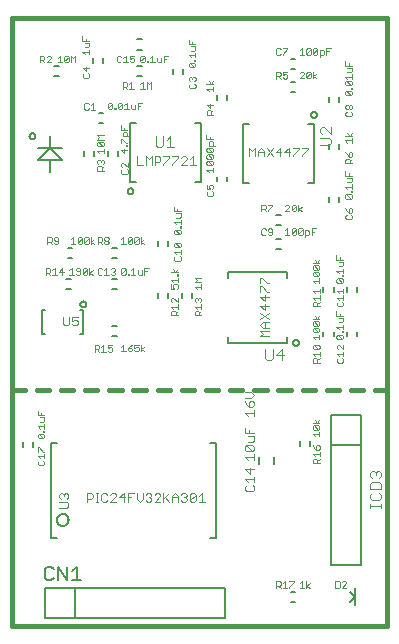
<source format=gto>
G75*
%MOIN*%
%OFA0B0*%
%FSLAX24Y24*%
%IPPOS*%
%LPD*%
%AMOC8*
5,1,8,0,0,1.08239X$1,22.5*
%
%ADD10C,0.0000*%
%ADD11C,0.0160*%
%ADD12C,0.0030*%
%ADD13C,0.0050*%
%ADD14C,0.0020*%
%ADD15C,0.0060*%
D10*
X000111Y000180D02*
X000111Y020456D01*
X012710Y020456D01*
X012710Y000180D01*
X000111Y000180D01*
D11*
X000210Y000180D02*
X000210Y008054D01*
X000622Y008054D01*
X001016Y008054D02*
X001428Y008054D01*
X001821Y008054D02*
X002234Y008054D01*
X002627Y008054D02*
X003039Y008054D01*
X003433Y008054D02*
X003845Y008054D01*
X004239Y008054D02*
X004651Y008054D01*
X005045Y008054D02*
X005457Y008054D01*
X005851Y008054D02*
X006263Y008054D01*
X006657Y008054D02*
X007069Y008054D01*
X007462Y008054D02*
X007875Y008054D01*
X008268Y008054D02*
X008680Y008054D01*
X009074Y008054D02*
X009486Y008054D01*
X009880Y008054D02*
X010292Y008054D01*
X010686Y008054D02*
X011098Y008054D01*
X011492Y008054D02*
X011904Y008054D01*
X012298Y008054D02*
X012710Y008054D01*
X012710Y020456D01*
X000210Y020456D01*
X000210Y008054D01*
X000210Y000180D02*
X012710Y000180D01*
X012710Y008054D01*
D12*
X012436Y005361D02*
X012498Y005299D01*
X012498Y005176D01*
X012436Y005114D01*
X012436Y004993D02*
X012189Y004993D01*
X012128Y004931D01*
X012128Y004746D01*
X012498Y004746D01*
X012498Y004931D01*
X012436Y004993D01*
X012313Y005238D02*
X012313Y005299D01*
X012374Y005361D01*
X012436Y005361D01*
X012313Y005299D02*
X012251Y005361D01*
X012189Y005361D01*
X012128Y005299D01*
X012128Y005176D01*
X012189Y005114D01*
X012189Y004624D02*
X012128Y004563D01*
X012128Y004439D01*
X012189Y004378D01*
X012436Y004378D01*
X012498Y004439D01*
X012498Y004563D01*
X012436Y004624D01*
X012498Y004255D02*
X012498Y004132D01*
X012498Y004194D02*
X012128Y004194D01*
X012128Y004255D02*
X012128Y004132D01*
X009195Y009047D02*
X009195Y009417D01*
X009010Y009232D01*
X009257Y009232D01*
X008889Y009109D02*
X008827Y009047D01*
X008703Y009047D01*
X008642Y009109D01*
X008642Y009417D01*
X008889Y009417D02*
X008889Y009109D01*
X008758Y009841D02*
X008467Y009841D01*
X008564Y009937D01*
X008467Y010034D01*
X008758Y010034D01*
X008758Y010135D02*
X008564Y010135D01*
X008467Y010232D01*
X008564Y010329D01*
X008758Y010329D01*
X008758Y010430D02*
X008467Y010623D01*
X008613Y010725D02*
X008467Y010870D01*
X008758Y010870D01*
X008613Y010918D02*
X008613Y010725D01*
X008758Y010623D02*
X008467Y010430D01*
X008613Y010329D02*
X008613Y010135D01*
X008613Y011019D02*
X008613Y011213D01*
X008709Y011314D02*
X008516Y011507D01*
X008467Y011507D01*
X008467Y011314D01*
X008467Y011164D02*
X008613Y011019D01*
X008758Y011164D02*
X008467Y011164D01*
X008709Y011314D02*
X008758Y011314D01*
X008758Y011609D02*
X008709Y011609D01*
X008516Y011802D01*
X008467Y011802D01*
X008467Y011609D01*
X008149Y007983D02*
X007956Y007983D01*
X007956Y007789D02*
X008149Y007789D01*
X008246Y007886D01*
X008149Y007983D01*
X008149Y007688D02*
X008101Y007640D01*
X008101Y007494D01*
X008198Y007494D01*
X008246Y007543D01*
X008246Y007640D01*
X008198Y007688D01*
X008149Y007688D01*
X008004Y007591D02*
X008101Y007494D01*
X008004Y007591D02*
X007956Y007688D01*
X007956Y007297D02*
X008246Y007297D01*
X008246Y007393D02*
X008246Y007200D01*
X008052Y007200D02*
X007956Y007297D01*
X007956Y006804D02*
X007956Y006610D01*
X008246Y006610D01*
X008246Y006509D02*
X008052Y006509D01*
X008101Y006610D02*
X008101Y006707D01*
X008246Y006509D02*
X008246Y006364D01*
X008198Y006316D01*
X008052Y006316D01*
X008004Y006215D02*
X008198Y006021D01*
X008246Y006070D01*
X008246Y006166D01*
X008198Y006215D01*
X008004Y006215D01*
X007956Y006166D01*
X007956Y006070D01*
X008004Y006021D01*
X008198Y006021D01*
X008246Y005920D02*
X008246Y005726D01*
X008246Y005823D02*
X007956Y005823D01*
X008052Y005726D01*
X008120Y005466D02*
X008120Y005272D01*
X007975Y005418D01*
X008266Y005418D01*
X008266Y005171D02*
X008266Y004978D01*
X008266Y005075D02*
X007975Y005075D01*
X008072Y004978D01*
X008024Y004877D02*
X007975Y004828D01*
X007975Y004732D01*
X008024Y004683D01*
X008217Y004683D01*
X008266Y004732D01*
X008266Y004828D01*
X008217Y004877D01*
X006611Y004329D02*
X006418Y004329D01*
X006514Y004329D02*
X006514Y004619D01*
X006418Y004522D01*
X006316Y004571D02*
X006316Y004377D01*
X006268Y004329D01*
X006171Y004329D01*
X006123Y004377D01*
X006316Y004571D01*
X006268Y004619D01*
X006171Y004619D01*
X006123Y004571D01*
X006123Y004377D01*
X006022Y004377D02*
X005973Y004329D01*
X005877Y004329D01*
X005828Y004377D01*
X005727Y004329D02*
X005727Y004522D01*
X005630Y004619D01*
X005534Y004522D01*
X005534Y004329D01*
X005433Y004329D02*
X005287Y004474D01*
X005239Y004426D02*
X005433Y004619D01*
X005534Y004474D02*
X005727Y004474D01*
X005828Y004571D02*
X005877Y004619D01*
X005973Y004619D01*
X006022Y004571D01*
X006022Y004522D01*
X005973Y004474D01*
X006022Y004426D01*
X006022Y004377D01*
X005973Y004474D02*
X005925Y004474D01*
X005239Y004619D02*
X005239Y004329D01*
X005138Y004329D02*
X004944Y004329D01*
X005138Y004522D01*
X005138Y004571D01*
X005089Y004619D01*
X004993Y004619D01*
X004944Y004571D01*
X004843Y004571D02*
X004843Y004522D01*
X004795Y004474D01*
X004843Y004426D01*
X004843Y004377D01*
X004795Y004329D01*
X004698Y004329D01*
X004650Y004377D01*
X004549Y004426D02*
X004549Y004619D01*
X004650Y004571D02*
X004698Y004619D01*
X004795Y004619D01*
X004843Y004571D01*
X004795Y004474D02*
X004746Y004474D01*
X004549Y004426D02*
X004452Y004329D01*
X004355Y004426D01*
X004355Y004619D01*
X004254Y004619D02*
X004060Y004619D01*
X004060Y004329D01*
X004060Y004474D02*
X004157Y004474D01*
X003959Y004474D02*
X003766Y004474D01*
X003911Y004619D01*
X003911Y004329D01*
X003665Y004329D02*
X003471Y004329D01*
X003665Y004522D01*
X003665Y004571D01*
X003616Y004619D01*
X003519Y004619D01*
X003471Y004571D01*
X003370Y004571D02*
X003322Y004619D01*
X003225Y004619D01*
X003176Y004571D01*
X003176Y004377D01*
X003225Y004329D01*
X003322Y004329D01*
X003370Y004377D01*
X003077Y004329D02*
X002980Y004329D01*
X003028Y004329D02*
X003028Y004619D01*
X002980Y004619D02*
X003077Y004619D01*
X002879Y004571D02*
X002879Y004474D01*
X002830Y004426D01*
X002685Y004426D01*
X002685Y004329D02*
X002685Y004619D01*
X002830Y004619D01*
X002879Y004571D01*
X002065Y004572D02*
X002065Y004475D01*
X002016Y004427D01*
X002016Y004326D02*
X001775Y004326D01*
X001823Y004427D02*
X001775Y004475D01*
X001775Y004572D01*
X001823Y004620D01*
X001871Y004620D01*
X001920Y004572D01*
X001968Y004620D01*
X002016Y004620D01*
X002065Y004572D01*
X001920Y004572D02*
X001920Y004523D01*
X002016Y004326D02*
X002065Y004277D01*
X002065Y004180D01*
X002016Y004132D01*
X001775Y004132D01*
X001948Y010210D02*
X001899Y010258D01*
X001899Y010500D01*
X001948Y010210D02*
X002044Y010210D01*
X002093Y010258D01*
X002093Y010500D01*
X002194Y010500D02*
X002194Y010355D01*
X002291Y010403D01*
X002339Y010403D01*
X002387Y010355D01*
X002387Y010258D01*
X002339Y010210D01*
X002242Y010210D01*
X002194Y010258D01*
X002194Y010500D02*
X002387Y010500D01*
X004359Y015549D02*
X004552Y015549D01*
X004653Y015549D02*
X004653Y015840D01*
X004750Y015743D01*
X004847Y015840D01*
X004847Y015549D01*
X004948Y015549D02*
X004948Y015840D01*
X005093Y015840D01*
X005141Y015791D01*
X005141Y015694D01*
X005093Y015646D01*
X004948Y015646D01*
X005243Y015598D02*
X005243Y015549D01*
X005243Y015598D02*
X005436Y015791D01*
X005436Y015840D01*
X005243Y015840D01*
X005537Y015840D02*
X005731Y015840D01*
X005731Y015791D01*
X005537Y015598D01*
X005537Y015549D01*
X005832Y015549D02*
X006025Y015743D01*
X006025Y015791D01*
X005977Y015840D01*
X005880Y015840D01*
X005832Y015791D01*
X005832Y015549D02*
X006025Y015549D01*
X006126Y015549D02*
X006320Y015549D01*
X006223Y015549D02*
X006223Y015840D01*
X006126Y015743D01*
X005596Y016144D02*
X005349Y016144D01*
X005472Y016144D02*
X005472Y016514D01*
X005349Y016391D01*
X005228Y016514D02*
X005228Y016206D01*
X005166Y016144D01*
X005042Y016144D01*
X004981Y016206D01*
X004981Y016514D01*
X004359Y015840D02*
X004359Y015549D01*
X008099Y015845D02*
X008099Y016135D01*
X008195Y016038D01*
X008292Y016135D01*
X008292Y015845D01*
X008393Y015845D02*
X008393Y016038D01*
X008490Y016135D01*
X008587Y016038D01*
X008587Y015845D01*
X008688Y015845D02*
X008882Y016135D01*
X008983Y015990D02*
X009176Y015990D01*
X009277Y015990D02*
X009471Y015990D01*
X009572Y015893D02*
X009572Y015845D01*
X009572Y015893D02*
X009765Y016086D01*
X009765Y016135D01*
X009572Y016135D01*
X009422Y016135D02*
X009277Y015990D01*
X009128Y015845D02*
X009128Y016135D01*
X008983Y015990D01*
X008882Y015845D02*
X008688Y016135D01*
X008587Y015990D02*
X008393Y015990D01*
X009422Y015845D02*
X009422Y016135D01*
X009867Y016135D02*
X010060Y016135D01*
X010060Y016086D01*
X009867Y015893D01*
X009867Y015845D01*
X010465Y016212D02*
X010773Y016212D01*
X010835Y016274D01*
X010835Y016397D01*
X010773Y016459D01*
X010465Y016459D01*
X010526Y016581D02*
X010465Y016642D01*
X010465Y016766D01*
X010526Y016828D01*
X010588Y016828D01*
X010835Y016581D01*
X010835Y016828D01*
D13*
X010768Y016254D02*
X010768Y016094D01*
X011108Y016094D02*
X011108Y016254D01*
X010253Y016934D02*
X010253Y014965D01*
X010056Y014965D01*
X010768Y014482D02*
X010768Y014322D01*
X011108Y014322D02*
X011108Y014482D01*
X010253Y016934D02*
X010056Y016934D01*
X010155Y017229D02*
X010157Y017248D01*
X010162Y017267D01*
X010172Y017283D01*
X010184Y017298D01*
X010199Y017310D01*
X010215Y017320D01*
X010234Y017325D01*
X010253Y017327D01*
X010272Y017325D01*
X010291Y017320D01*
X010307Y017310D01*
X010322Y017298D01*
X010334Y017283D01*
X010344Y017267D01*
X010349Y017248D01*
X010351Y017229D01*
X010349Y017210D01*
X010344Y017191D01*
X010334Y017175D01*
X010322Y017160D01*
X010307Y017148D01*
X010291Y017138D01*
X010272Y017133D01*
X010253Y017131D01*
X010234Y017133D01*
X010215Y017138D01*
X010199Y017148D01*
X010184Y017160D01*
X010172Y017175D01*
X010162Y017191D01*
X010157Y017210D01*
X010155Y017229D01*
X009640Y017973D02*
X009480Y017973D01*
X009480Y018313D02*
X009640Y018313D01*
X009640Y018760D02*
X009480Y018760D01*
X009480Y019100D02*
X009640Y019100D01*
X010768Y017829D02*
X010768Y017669D01*
X011108Y017669D02*
X011108Y017829D01*
X009148Y013883D02*
X008988Y013883D01*
X008988Y013543D02*
X009148Y013543D01*
X009148Y013096D02*
X008988Y013096D01*
X008988Y012756D02*
X009148Y012756D01*
X009363Y011991D02*
X009363Y011794D01*
X009363Y011991D02*
X007395Y011991D01*
X007395Y011794D01*
X006187Y011284D02*
X006187Y011124D01*
X005847Y011124D02*
X005847Y011284D01*
X005399Y011284D02*
X005399Y011124D01*
X005059Y011124D02*
X005059Y011284D01*
X005059Y012846D02*
X005059Y013006D01*
X005399Y013006D02*
X005399Y012846D01*
X004045Y014680D02*
X004047Y014699D01*
X004052Y014718D01*
X004062Y014734D01*
X004074Y014749D01*
X004089Y014761D01*
X004105Y014771D01*
X004124Y014776D01*
X004143Y014778D01*
X004162Y014776D01*
X004181Y014771D01*
X004197Y014761D01*
X004212Y014749D01*
X004224Y014734D01*
X004234Y014718D01*
X004239Y014699D01*
X004241Y014680D01*
X004239Y014661D01*
X004234Y014642D01*
X004224Y014626D01*
X004212Y014611D01*
X004197Y014599D01*
X004181Y014589D01*
X004162Y014584D01*
X004143Y014582D01*
X004124Y014584D01*
X004105Y014589D01*
X004089Y014599D01*
X004074Y014611D01*
X004062Y014626D01*
X004052Y014642D01*
X004047Y014661D01*
X004045Y014680D01*
X004143Y014975D02*
X004340Y014975D01*
X004143Y014975D02*
X004143Y016944D01*
X004340Y016944D01*
X003726Y016008D02*
X003726Y015848D01*
X003386Y015848D02*
X003386Y016008D01*
X002939Y016008D02*
X002939Y015848D01*
X002599Y015848D02*
X002599Y016008D01*
X003082Y016939D02*
X003242Y016939D01*
X003242Y017279D02*
X003082Y017279D01*
X003234Y018948D02*
X003234Y019108D01*
X002894Y019108D02*
X002894Y018948D01*
X001766Y018854D02*
X001606Y018854D01*
X001606Y018514D02*
X001766Y018514D01*
X001466Y016515D02*
X001466Y016121D01*
X001859Y016121D01*
X001466Y016121D02*
X001859Y015727D01*
X001466Y015727D01*
X001466Y015334D01*
X001466Y015727D02*
X001072Y015727D01*
X001466Y016121D01*
X001072Y016121D01*
X000777Y016515D02*
X000779Y016534D01*
X000784Y016553D01*
X000794Y016569D01*
X000806Y016584D01*
X000821Y016596D01*
X000837Y016606D01*
X000856Y016611D01*
X000875Y016613D01*
X000894Y016611D01*
X000913Y016606D01*
X000929Y016596D01*
X000944Y016584D01*
X000956Y016569D01*
X000966Y016553D01*
X000971Y016534D01*
X000973Y016515D01*
X000971Y016496D01*
X000966Y016477D01*
X000956Y016461D01*
X000944Y016446D01*
X000929Y016434D01*
X000913Y016424D01*
X000894Y016419D01*
X000875Y016417D01*
X000856Y016419D01*
X000837Y016424D01*
X000821Y016434D01*
X000806Y016446D01*
X000794Y016461D01*
X000784Y016477D01*
X000779Y016496D01*
X000777Y016515D01*
X002049Y012801D02*
X002209Y012801D01*
X002209Y012461D02*
X002049Y012461D01*
X002000Y011767D02*
X002160Y011767D01*
X002160Y011427D02*
X002000Y011427D01*
X002474Y010908D02*
X002476Y010927D01*
X002481Y010946D01*
X002491Y010962D01*
X002503Y010977D01*
X002518Y010989D01*
X002534Y010999D01*
X002553Y011004D01*
X002572Y011006D01*
X002591Y011004D01*
X002610Y010999D01*
X002626Y010989D01*
X002641Y010977D01*
X002653Y010962D01*
X002663Y010946D01*
X002668Y010927D01*
X002670Y010908D01*
X002668Y010889D01*
X002663Y010870D01*
X002653Y010854D01*
X002641Y010839D01*
X002626Y010827D01*
X002610Y010817D01*
X002591Y010812D01*
X002572Y010810D01*
X002553Y010812D01*
X002534Y010817D01*
X002518Y010827D01*
X002503Y010839D01*
X002491Y010854D01*
X002481Y010870D01*
X002476Y010889D01*
X002474Y010908D01*
X002474Y010711D02*
X002572Y010711D01*
X002572Y009924D01*
X002474Y009924D01*
X003525Y009853D02*
X003685Y009853D01*
X003685Y010193D02*
X003525Y010193D01*
X003525Y011427D02*
X003685Y011427D01*
X003685Y011767D02*
X003525Y011767D01*
X003525Y012461D02*
X003685Y012461D01*
X003685Y012801D02*
X003525Y012801D01*
X001292Y010711D02*
X001194Y010711D01*
X001194Y009924D01*
X001292Y009924D01*
X000892Y006332D02*
X000892Y006172D01*
X000552Y006172D02*
X000552Y006332D01*
X001489Y006282D02*
X001686Y006282D01*
X001489Y006282D02*
X001489Y003133D01*
X001686Y003133D01*
X001686Y003723D02*
X001688Y003750D01*
X001694Y003777D01*
X001703Y003803D01*
X001716Y003827D01*
X001732Y003850D01*
X001751Y003869D01*
X001773Y003886D01*
X001797Y003900D01*
X001822Y003910D01*
X001849Y003917D01*
X001876Y003920D01*
X001904Y003919D01*
X001931Y003914D01*
X001957Y003906D01*
X001981Y003894D01*
X002004Y003878D01*
X002025Y003860D01*
X002042Y003839D01*
X002057Y003815D01*
X002068Y003790D01*
X002076Y003764D01*
X002080Y003737D01*
X002080Y003709D01*
X002076Y003682D01*
X002068Y003656D01*
X002057Y003631D01*
X002042Y003607D01*
X002025Y003586D01*
X002004Y003568D01*
X001982Y003552D01*
X001957Y003540D01*
X001931Y003532D01*
X001904Y003527D01*
X001876Y003526D01*
X001849Y003529D01*
X001822Y003536D01*
X001797Y003546D01*
X001773Y003560D01*
X001751Y003577D01*
X001732Y003596D01*
X001716Y003619D01*
X001703Y003643D01*
X001694Y003669D01*
X001688Y003696D01*
X001686Y003723D01*
X001740Y002163D02*
X002040Y001712D01*
X002040Y002163D01*
X002200Y002013D02*
X002350Y002163D01*
X002350Y001712D01*
X002200Y001712D02*
X002501Y001712D01*
X002285Y001467D02*
X002285Y000467D01*
X001285Y000467D01*
X001285Y001467D01*
X002285Y001467D01*
X007285Y001467D01*
X007285Y000467D01*
X002285Y000467D01*
X001740Y001712D02*
X001740Y002163D01*
X001580Y002088D02*
X001505Y002163D01*
X001355Y002163D01*
X001280Y002088D01*
X001280Y001787D01*
X001355Y001712D01*
X001505Y001712D01*
X001580Y001787D01*
X006804Y003133D02*
X007001Y003133D01*
X007001Y006282D01*
X006804Y006282D01*
X007395Y009629D02*
X007395Y009826D01*
X007395Y009629D02*
X009363Y009629D01*
X009363Y009826D01*
X009561Y009629D02*
X009563Y009648D01*
X009568Y009667D01*
X009578Y009683D01*
X009590Y009698D01*
X009605Y009710D01*
X009621Y009720D01*
X009640Y009725D01*
X009659Y009727D01*
X009678Y009725D01*
X009697Y009720D01*
X009713Y009710D01*
X009728Y009698D01*
X009740Y009683D01*
X009750Y009667D01*
X009755Y009648D01*
X009757Y009629D01*
X009755Y009610D01*
X009750Y009591D01*
X009740Y009575D01*
X009728Y009560D01*
X009713Y009548D01*
X009697Y009538D01*
X009678Y009533D01*
X009659Y009531D01*
X009640Y009533D01*
X009621Y009538D01*
X009605Y009548D01*
X009590Y009560D01*
X009578Y009575D01*
X009568Y009591D01*
X009563Y009610D01*
X009561Y009629D01*
X010571Y009844D02*
X010571Y010004D01*
X010911Y010004D02*
X010911Y009844D01*
X011359Y009844D02*
X011359Y010004D01*
X011699Y010004D02*
X011699Y009844D01*
X011699Y011320D02*
X011699Y011480D01*
X011359Y011480D02*
X011359Y011320D01*
X010911Y011320D02*
X010911Y011480D01*
X010571Y011480D02*
X010571Y011320D01*
X010832Y007208D02*
X010832Y006208D01*
X011832Y006208D01*
X011832Y007208D01*
X010832Y007208D01*
X010832Y006208D02*
X010832Y002208D01*
X011832Y002208D01*
X011832Y006208D01*
X010124Y006202D02*
X010124Y006362D01*
X009784Y006362D02*
X009784Y006202D01*
X009640Y001334D02*
X009480Y001334D01*
X009480Y000994D02*
X009640Y000994D01*
X011450Y000997D02*
X011617Y001164D01*
X011450Y001332D01*
X011617Y001440D02*
X011617Y001164D01*
X011617Y000889D01*
X008088Y014965D02*
X007891Y014965D01*
X007891Y016934D01*
X008088Y016934D01*
X007368Y017718D02*
X007368Y017878D01*
X007028Y017878D02*
X007028Y017718D01*
X006505Y016944D02*
X006505Y014975D01*
X006308Y014975D01*
X007028Y015011D02*
X007028Y015171D01*
X007368Y015171D02*
X007368Y015011D01*
X006505Y016944D02*
X006308Y016944D01*
X005892Y018604D02*
X005892Y018764D01*
X005552Y018764D02*
X005552Y018604D01*
X004522Y018514D02*
X004362Y018514D01*
X004362Y018854D02*
X004522Y018854D01*
X004522Y019400D02*
X004362Y019400D01*
X004362Y019740D02*
X004522Y019740D01*
D14*
X004508Y019205D02*
X004582Y019205D01*
X004618Y019168D01*
X004471Y019021D01*
X004508Y018984D01*
X004582Y018984D01*
X004618Y019021D01*
X004618Y019168D01*
X004508Y019205D02*
X004471Y019168D01*
X004471Y019021D01*
X004273Y019016D02*
X004236Y018979D01*
X004163Y018979D01*
X004126Y019016D01*
X004126Y019089D02*
X004199Y019126D01*
X004236Y019126D01*
X004273Y019089D01*
X004273Y019016D01*
X004126Y019089D02*
X004126Y019199D01*
X004273Y019199D01*
X004052Y018979D02*
X003905Y018979D01*
X003978Y018979D02*
X003978Y019199D01*
X003905Y019126D01*
X003831Y019163D02*
X003794Y019199D01*
X003721Y019199D01*
X003684Y019163D01*
X003684Y019016D01*
X003721Y018979D01*
X003794Y018979D01*
X003831Y019016D01*
X003881Y018314D02*
X003991Y018314D01*
X004028Y018277D01*
X004028Y018203D01*
X003991Y018167D01*
X003881Y018167D01*
X003954Y018167D02*
X004028Y018093D01*
X004102Y018093D02*
X004249Y018093D01*
X004175Y018093D02*
X004175Y018314D01*
X004102Y018240D01*
X003881Y018314D02*
X003881Y018093D01*
X003830Y017630D02*
X003867Y017593D01*
X003720Y017446D01*
X003757Y017410D01*
X003830Y017410D01*
X003867Y017446D01*
X003867Y017593D01*
X003830Y017630D02*
X003757Y017630D01*
X003720Y017593D01*
X003720Y017446D01*
X003646Y017446D02*
X003646Y017410D01*
X003610Y017410D01*
X003610Y017446D01*
X003646Y017446D01*
X003536Y017446D02*
X003536Y017593D01*
X003389Y017446D01*
X003425Y017410D01*
X003499Y017410D01*
X003536Y017446D01*
X003536Y017593D02*
X003499Y017630D01*
X003425Y017630D01*
X003389Y017593D01*
X003389Y017446D01*
X002969Y017404D02*
X002822Y017404D01*
X002896Y017404D02*
X002896Y017625D01*
X002822Y017551D01*
X002748Y017588D02*
X002711Y017625D01*
X002638Y017625D01*
X002601Y017588D01*
X002601Y017441D01*
X002638Y017404D01*
X002711Y017404D01*
X002748Y017441D01*
X003035Y016546D02*
X003256Y016546D01*
X003256Y016399D02*
X003035Y016399D01*
X003109Y016473D01*
X003035Y016546D01*
X003072Y016325D02*
X003219Y016178D01*
X003256Y016215D01*
X003256Y016289D01*
X003219Y016325D01*
X003072Y016325D01*
X003035Y016289D01*
X003035Y016215D01*
X003072Y016178D01*
X003219Y016178D01*
X003256Y016104D02*
X003256Y015957D01*
X003256Y016031D02*
X003035Y016031D01*
X003109Y015957D01*
X003114Y015735D02*
X003077Y015735D01*
X003041Y015698D01*
X003041Y015625D01*
X003077Y015588D01*
X003077Y015514D02*
X003151Y015514D01*
X003188Y015477D01*
X003188Y015367D01*
X003261Y015367D02*
X003041Y015367D01*
X003041Y015477D01*
X003077Y015514D01*
X003188Y015440D02*
X003261Y015514D01*
X003224Y015588D02*
X003261Y015625D01*
X003261Y015698D01*
X003224Y015735D01*
X003188Y015735D01*
X003151Y015698D01*
X003151Y015661D01*
X003151Y015698D02*
X003114Y015735D01*
X003828Y015600D02*
X003828Y015526D01*
X003865Y015489D01*
X003865Y015415D02*
X003828Y015379D01*
X003828Y015305D01*
X003865Y015269D01*
X004012Y015269D01*
X004048Y015305D01*
X004048Y015379D01*
X004012Y015415D01*
X004048Y015489D02*
X003902Y015636D01*
X003865Y015636D01*
X003828Y015600D01*
X004048Y015636D02*
X004048Y015489D01*
X003933Y015957D02*
X003823Y016068D01*
X004043Y016068D01*
X004043Y016178D02*
X004043Y016215D01*
X004006Y016215D01*
X004006Y016178D01*
X004043Y016178D01*
X004043Y016289D02*
X004006Y016289D01*
X003860Y016436D01*
X003823Y016436D01*
X003823Y016289D01*
X003933Y016104D02*
X003933Y015957D01*
X003896Y016510D02*
X003896Y016620D01*
X003933Y016657D01*
X004006Y016657D01*
X004043Y016620D01*
X004043Y016510D01*
X004116Y016510D02*
X003896Y016510D01*
X003933Y016731D02*
X003933Y016804D01*
X004043Y016731D02*
X003823Y016731D01*
X003823Y016878D01*
X003941Y017410D02*
X004088Y017410D01*
X004015Y017410D02*
X004015Y017630D01*
X003941Y017556D01*
X004162Y017556D02*
X004162Y017446D01*
X004199Y017410D01*
X004309Y017410D01*
X004309Y017556D01*
X004383Y017520D02*
X004457Y017520D01*
X004383Y017630D02*
X004530Y017630D01*
X004383Y017630D02*
X004383Y017410D01*
X004471Y018099D02*
X004618Y018099D01*
X004545Y018099D02*
X004545Y018319D01*
X004471Y018245D01*
X004692Y018319D02*
X004692Y018099D01*
X004839Y018099D02*
X004839Y018319D01*
X004766Y018245D01*
X004692Y018319D01*
X004692Y018984D02*
X004729Y018984D01*
X004729Y019021D01*
X004692Y019021D01*
X004692Y018984D01*
X004803Y018984D02*
X004950Y018984D01*
X004876Y018984D02*
X004876Y019205D01*
X004803Y019131D01*
X005024Y019131D02*
X005024Y019021D01*
X005061Y018984D01*
X005171Y018984D01*
X005171Y019131D01*
X005245Y019095D02*
X005318Y019095D01*
X005245Y018984D02*
X005245Y019205D01*
X005392Y019205D01*
X006087Y019217D02*
X006160Y019143D01*
X006087Y019217D02*
X006307Y019217D01*
X006307Y019290D02*
X006307Y019143D01*
X006307Y019069D02*
X006307Y019033D01*
X006270Y019033D01*
X006270Y019069D01*
X006307Y019069D01*
X006270Y018959D02*
X006123Y018959D01*
X006270Y018812D01*
X006307Y018849D01*
X006307Y018922D01*
X006270Y018959D01*
X006123Y018959D02*
X006087Y018922D01*
X006087Y018849D01*
X006123Y018812D01*
X006270Y018812D01*
X006275Y018491D02*
X006312Y018454D01*
X006312Y018381D01*
X006275Y018344D01*
X006275Y018270D02*
X006312Y018233D01*
X006312Y018160D01*
X006275Y018123D01*
X006129Y018123D01*
X006092Y018160D01*
X006092Y018233D01*
X006129Y018270D01*
X006129Y018344D02*
X006092Y018381D01*
X006092Y018454D01*
X006129Y018491D01*
X006165Y018491D01*
X006202Y018454D01*
X006239Y018491D01*
X006275Y018491D01*
X006202Y018454D02*
X006202Y018417D01*
X006677Y018245D02*
X006897Y018245D01*
X006824Y018245D02*
X006897Y018355D01*
X006824Y018245D02*
X006751Y018355D01*
X006897Y018171D02*
X006897Y018024D01*
X006897Y018098D02*
X006677Y018098D01*
X006751Y018024D01*
X006793Y017605D02*
X006793Y017458D01*
X006682Y017568D01*
X006903Y017568D01*
X006903Y017384D02*
X006829Y017310D01*
X006829Y017347D02*
X006829Y017237D01*
X006903Y017237D02*
X006682Y017237D01*
X006682Y017347D01*
X006719Y017384D01*
X006793Y017384D01*
X006829Y017347D01*
X006677Y016569D02*
X006677Y016423D01*
X006897Y016423D01*
X006861Y016348D02*
X006897Y016312D01*
X006897Y016202D01*
X006971Y016202D02*
X006751Y016202D01*
X006751Y016312D01*
X006787Y016348D01*
X006861Y016348D01*
X006787Y016423D02*
X006787Y016496D01*
X006714Y016127D02*
X006861Y015981D01*
X006897Y016017D01*
X006897Y016091D01*
X006861Y016127D01*
X006714Y016127D01*
X006677Y016091D01*
X006677Y016017D01*
X006714Y015981D01*
X006861Y015981D01*
X006861Y015906D02*
X006897Y015870D01*
X006897Y015796D01*
X006861Y015760D01*
X006714Y015906D01*
X006861Y015906D01*
X006861Y015760D02*
X006714Y015760D01*
X006677Y015796D01*
X006677Y015870D01*
X006714Y015906D01*
X006714Y015685D02*
X006861Y015539D01*
X006897Y015575D01*
X006897Y015649D01*
X006861Y015685D01*
X006714Y015685D01*
X006677Y015649D01*
X006677Y015575D01*
X006714Y015539D01*
X006861Y015539D01*
X006897Y015465D02*
X006897Y015318D01*
X006897Y015391D02*
X006677Y015391D01*
X006751Y015318D01*
X006793Y014898D02*
X006866Y014898D01*
X006903Y014861D01*
X006903Y014788D01*
X006866Y014751D01*
X006793Y014751D02*
X006756Y014825D01*
X006756Y014861D01*
X006793Y014898D01*
X006682Y014898D02*
X006682Y014751D01*
X006793Y014751D01*
X006866Y014677D02*
X006903Y014640D01*
X006903Y014567D01*
X006866Y014530D01*
X006719Y014530D01*
X006682Y014567D01*
X006682Y014640D01*
X006719Y014677D01*
X005815Y014024D02*
X005594Y014024D01*
X005594Y014171D01*
X005705Y014098D02*
X005705Y014024D01*
X005668Y013950D02*
X005815Y013950D01*
X005815Y013840D01*
X005778Y013803D01*
X005668Y013803D01*
X005594Y013656D02*
X005815Y013656D01*
X005815Y013729D02*
X005815Y013582D01*
X005815Y013508D02*
X005815Y013472D01*
X005778Y013472D01*
X005778Y013508D01*
X005815Y013508D01*
X005778Y013398D02*
X005815Y013361D01*
X005815Y013287D01*
X005778Y013251D01*
X005631Y013398D01*
X005778Y013398D01*
X005631Y013398D02*
X005594Y013361D01*
X005594Y013287D01*
X005631Y013251D01*
X005778Y013251D01*
X005668Y013582D02*
X005594Y013656D01*
X005636Y012954D02*
X005783Y012807D01*
X005820Y012844D01*
X005820Y012917D01*
X005783Y012954D01*
X005636Y012954D01*
X005600Y012917D01*
X005600Y012844D01*
X005636Y012807D01*
X005783Y012807D01*
X005820Y012733D02*
X005820Y012586D01*
X005820Y012659D02*
X005600Y012659D01*
X005673Y012586D01*
X005636Y012512D02*
X005600Y012475D01*
X005600Y012402D01*
X005636Y012365D01*
X005783Y012365D01*
X005820Y012402D01*
X005820Y012475D01*
X005783Y012512D01*
X005716Y012092D02*
X005643Y011982D01*
X005569Y012092D01*
X005496Y011982D02*
X005716Y011982D01*
X005716Y011909D02*
X005716Y011872D01*
X005680Y011872D01*
X005680Y011909D01*
X005716Y011909D01*
X005716Y011798D02*
X005716Y011651D01*
X005716Y011724D02*
X005496Y011724D01*
X005569Y011651D01*
X005606Y011577D02*
X005680Y011577D01*
X005716Y011540D01*
X005716Y011467D01*
X005680Y011430D01*
X005606Y011430D02*
X005569Y011503D01*
X005569Y011540D01*
X005606Y011577D01*
X005496Y011577D02*
X005496Y011430D01*
X005606Y011430D01*
X005575Y011133D02*
X005538Y011133D01*
X005501Y011096D01*
X005501Y011023D01*
X005538Y010986D01*
X005575Y011133D02*
X005722Y010986D01*
X005722Y011133D01*
X005722Y010912D02*
X005722Y010765D01*
X005722Y010838D02*
X005501Y010838D01*
X005575Y010765D01*
X005538Y010691D02*
X005611Y010691D01*
X005648Y010654D01*
X005648Y010544D01*
X005648Y010617D02*
X005722Y010691D01*
X005722Y010544D02*
X005501Y010544D01*
X005501Y010654D01*
X005538Y010691D01*
X006289Y010654D02*
X006325Y010691D01*
X006399Y010691D01*
X006436Y010654D01*
X006436Y010544D01*
X006509Y010544D02*
X006289Y010544D01*
X006289Y010654D01*
X006362Y010765D02*
X006289Y010838D01*
X006509Y010838D01*
X006509Y010765D02*
X006509Y010912D01*
X006472Y010986D02*
X006509Y011023D01*
X006509Y011096D01*
X006472Y011133D01*
X006436Y011133D01*
X006399Y011096D01*
X006399Y011059D01*
X006399Y011096D02*
X006362Y011133D01*
X006325Y011133D01*
X006289Y011096D01*
X006289Y011023D01*
X006325Y010986D01*
X006509Y010691D02*
X006436Y010617D01*
X006504Y011430D02*
X006504Y011577D01*
X006504Y011503D02*
X006283Y011503D01*
X006357Y011430D01*
X006283Y011651D02*
X006357Y011724D01*
X006283Y011798D01*
X006504Y011798D01*
X006504Y011651D02*
X006283Y011651D01*
X004752Y012118D02*
X004605Y012118D01*
X004605Y011898D01*
X004531Y011898D02*
X004531Y012045D01*
X004605Y012008D02*
X004679Y012008D01*
X004531Y011898D02*
X004421Y011898D01*
X004384Y011935D01*
X004384Y012045D01*
X004310Y011898D02*
X004163Y011898D01*
X004237Y011898D02*
X004237Y012118D01*
X004163Y012045D01*
X004089Y011935D02*
X004089Y011898D01*
X004053Y011898D01*
X004053Y011935D01*
X004089Y011935D01*
X003978Y011935D02*
X003978Y012081D01*
X003832Y011935D01*
X003868Y011898D01*
X003942Y011898D01*
X003978Y011935D01*
X003832Y011935D02*
X003832Y012081D01*
X003868Y012118D01*
X003942Y012118D01*
X003978Y012081D01*
X003633Y012076D02*
X003633Y012039D01*
X003596Y012003D01*
X003633Y011966D01*
X003633Y011929D01*
X003596Y011893D01*
X003523Y011893D01*
X003486Y011929D01*
X003412Y011893D02*
X003265Y011893D01*
X003339Y011893D02*
X003339Y012113D01*
X003265Y012039D01*
X003191Y012076D02*
X003154Y012113D01*
X003081Y012113D01*
X003044Y012076D01*
X003044Y011929D01*
X003081Y011893D01*
X003154Y011893D01*
X003191Y011929D01*
X002882Y011898D02*
X002772Y011971D01*
X002882Y012045D01*
X002772Y012118D02*
X002772Y011898D01*
X002698Y011935D02*
X002698Y012081D01*
X002551Y011935D01*
X002588Y011898D01*
X002661Y011898D01*
X002698Y011935D01*
X002698Y012081D02*
X002661Y012118D01*
X002588Y012118D01*
X002551Y012081D01*
X002551Y011935D01*
X002477Y011935D02*
X002477Y012081D01*
X002440Y012118D01*
X002367Y012118D01*
X002330Y012081D01*
X002330Y012045D01*
X002367Y012008D01*
X002477Y012008D01*
X002477Y011935D02*
X002440Y011898D01*
X002367Y011898D01*
X002330Y011935D01*
X002256Y011898D02*
X002109Y011898D01*
X002183Y011898D02*
X002183Y012118D01*
X002109Y012045D01*
X001911Y012003D02*
X001764Y012003D01*
X001874Y012113D01*
X001874Y011893D01*
X001690Y011893D02*
X001543Y011893D01*
X001616Y011893D02*
X001616Y012113D01*
X001543Y012039D01*
X001469Y012003D02*
X001432Y011966D01*
X001322Y011966D01*
X001395Y011966D02*
X001469Y011893D01*
X001469Y012003D02*
X001469Y012076D01*
X001432Y012113D01*
X001322Y012113D01*
X001322Y011893D01*
X001371Y012926D02*
X001371Y013146D01*
X001481Y013146D01*
X001518Y013110D01*
X001518Y013036D01*
X001481Y012999D01*
X001371Y012999D01*
X001444Y012999D02*
X001518Y012926D01*
X001592Y012963D02*
X001629Y012926D01*
X001702Y012926D01*
X001739Y012963D01*
X001739Y013110D01*
X001702Y013146D01*
X001629Y013146D01*
X001592Y013110D01*
X001592Y013073D01*
X001629Y013036D01*
X001739Y013036D01*
X002158Y013078D02*
X002232Y013152D01*
X002232Y012931D01*
X002305Y012931D02*
X002158Y012931D01*
X002379Y012968D02*
X002526Y013115D01*
X002526Y012968D01*
X002490Y012931D01*
X002416Y012931D01*
X002379Y012968D01*
X002379Y013115D01*
X002416Y013152D01*
X002490Y013152D01*
X002526Y013115D01*
X002600Y013115D02*
X002600Y012968D01*
X002747Y013115D01*
X002747Y012968D01*
X002711Y012931D01*
X002637Y012931D01*
X002600Y012968D01*
X002600Y013115D02*
X002637Y013152D01*
X002711Y013152D01*
X002747Y013115D01*
X002821Y013152D02*
X002821Y012931D01*
X002821Y013005D02*
X002932Y013078D01*
X003044Y013146D02*
X003044Y012926D01*
X003044Y012999D02*
X003154Y012999D01*
X003191Y013036D01*
X003191Y013110D01*
X003154Y013146D01*
X003044Y013146D01*
X003118Y012999D02*
X003191Y012926D01*
X003265Y012963D02*
X003265Y012999D01*
X003302Y013036D01*
X003375Y013036D01*
X003412Y012999D01*
X003412Y012963D01*
X003375Y012926D01*
X003302Y012926D01*
X003265Y012963D01*
X003302Y013036D02*
X003265Y013073D01*
X003265Y013110D01*
X003302Y013146D01*
X003375Y013146D01*
X003412Y013110D01*
X003412Y013073D01*
X003375Y013036D01*
X003832Y013078D02*
X003905Y013152D01*
X003905Y012931D01*
X003832Y012931D02*
X003978Y012931D01*
X004053Y012968D02*
X004053Y013115D01*
X004089Y013152D01*
X004163Y013152D01*
X004199Y013115D01*
X004053Y012968D01*
X004089Y012931D01*
X004163Y012931D01*
X004199Y012968D01*
X004199Y013115D01*
X004274Y013115D02*
X004274Y012968D01*
X004420Y013115D01*
X004420Y012968D01*
X004384Y012931D01*
X004310Y012931D01*
X004274Y012968D01*
X004274Y013115D02*
X004310Y013152D01*
X004384Y013152D01*
X004420Y013115D01*
X004495Y013152D02*
X004495Y012931D01*
X004495Y013005D02*
X004605Y013078D01*
X004495Y013005D02*
X004605Y012931D01*
X003633Y012076D02*
X003596Y012113D01*
X003523Y012113D01*
X003486Y012076D01*
X003560Y012003D02*
X003596Y012003D01*
X002932Y012931D02*
X002821Y013005D01*
X002946Y009554D02*
X003056Y009554D01*
X003093Y009517D01*
X003093Y009444D01*
X003056Y009407D01*
X002946Y009407D01*
X003019Y009407D02*
X003093Y009334D01*
X003167Y009334D02*
X003314Y009334D01*
X003240Y009334D02*
X003240Y009554D01*
X003167Y009480D01*
X003388Y009444D02*
X003461Y009480D01*
X003498Y009480D01*
X003535Y009444D01*
X003535Y009370D01*
X003498Y009334D01*
X003425Y009334D01*
X003388Y009370D01*
X003388Y009444D02*
X003388Y009554D01*
X003535Y009554D01*
X003832Y009486D02*
X003905Y009559D01*
X003905Y009339D01*
X003832Y009339D02*
X003978Y009339D01*
X004053Y009376D02*
X004089Y009339D01*
X004163Y009339D01*
X004199Y009376D01*
X004199Y009412D01*
X004163Y009449D01*
X004053Y009449D01*
X004053Y009376D01*
X004053Y009449D02*
X004126Y009522D01*
X004199Y009559D01*
X004274Y009559D02*
X004274Y009449D01*
X004347Y009486D01*
X004384Y009486D01*
X004420Y009449D01*
X004420Y009376D01*
X004384Y009339D01*
X004310Y009339D01*
X004274Y009376D01*
X004274Y009559D02*
X004420Y009559D01*
X004495Y009559D02*
X004495Y009339D01*
X004495Y009412D02*
X004605Y009486D01*
X004495Y009412D02*
X004605Y009339D01*
X002946Y009334D02*
X002946Y009554D01*
X001267Y007214D02*
X001047Y007214D01*
X001047Y007360D01*
X001157Y007287D02*
X001157Y007214D01*
X001120Y007139D02*
X001267Y007139D01*
X001267Y007029D01*
X001230Y006993D01*
X001120Y006993D01*
X001267Y006919D02*
X001267Y006772D01*
X001267Y006845D02*
X001047Y006845D01*
X001120Y006772D01*
X001230Y006698D02*
X001267Y006698D01*
X001267Y006661D01*
X001230Y006661D01*
X001230Y006698D01*
X001230Y006587D02*
X001084Y006587D01*
X001230Y006440D01*
X001267Y006477D01*
X001267Y006550D01*
X001230Y006587D01*
X001084Y006587D02*
X001047Y006550D01*
X001047Y006477D01*
X001084Y006440D01*
X001230Y006440D01*
X001089Y006143D02*
X001236Y005996D01*
X001272Y005996D01*
X001272Y005922D02*
X001272Y005775D01*
X001272Y005849D02*
X001052Y005849D01*
X001126Y005775D01*
X001089Y005701D02*
X001052Y005665D01*
X001052Y005591D01*
X001089Y005554D01*
X001236Y005554D01*
X001272Y005591D01*
X001272Y005665D01*
X001236Y005701D01*
X001052Y005996D02*
X001052Y006143D01*
X001089Y006143D01*
X008507Y013258D02*
X008544Y013221D01*
X008617Y013221D01*
X008654Y013258D01*
X008728Y013258D02*
X008765Y013221D01*
X008838Y013221D01*
X008875Y013258D01*
X008875Y013405D01*
X008838Y013442D01*
X008765Y013442D01*
X008728Y013405D01*
X008728Y013368D01*
X008765Y013331D01*
X008875Y013331D01*
X008654Y013405D02*
X008617Y013442D01*
X008544Y013442D01*
X008507Y013405D01*
X008507Y013258D01*
X008507Y014009D02*
X008507Y014229D01*
X008617Y014229D01*
X008654Y014192D01*
X008654Y014119D01*
X008617Y014082D01*
X008507Y014082D01*
X008580Y014082D02*
X008654Y014009D01*
X008728Y014009D02*
X008728Y014045D01*
X008875Y014192D01*
X008875Y014229D01*
X008728Y014229D01*
X009294Y014198D02*
X009331Y014234D01*
X009404Y014234D01*
X009441Y014198D01*
X009441Y014161D01*
X009294Y014014D01*
X009441Y014014D01*
X009515Y014051D02*
X009662Y014198D01*
X009662Y014051D01*
X009625Y014014D01*
X009552Y014014D01*
X009515Y014051D01*
X009515Y014198D01*
X009552Y014234D01*
X009625Y014234D01*
X009662Y014198D01*
X009736Y014234D02*
X009736Y014014D01*
X009736Y014087D02*
X009846Y014161D01*
X009736Y014087D02*
X009846Y014014D01*
X009846Y013447D02*
X009773Y013447D01*
X009736Y013410D01*
X009736Y013263D01*
X009883Y013410D01*
X009883Y013263D01*
X009846Y013227D01*
X009773Y013227D01*
X009736Y013263D01*
X009662Y013263D02*
X009625Y013227D01*
X009552Y013227D01*
X009515Y013263D01*
X009662Y013410D01*
X009662Y013263D01*
X009515Y013263D02*
X009515Y013410D01*
X009552Y013447D01*
X009625Y013447D01*
X009662Y013410D01*
X009441Y013227D02*
X009294Y013227D01*
X009368Y013227D02*
X009368Y013447D01*
X009294Y013373D01*
X009846Y013447D02*
X009883Y013410D01*
X009957Y013373D02*
X009957Y013153D01*
X009957Y013227D02*
X010067Y013227D01*
X010104Y013263D01*
X010104Y013337D01*
X010067Y013373D01*
X009957Y013373D01*
X010178Y013337D02*
X010252Y013337D01*
X010178Y013447D02*
X010325Y013447D01*
X010178Y013447D02*
X010178Y013227D01*
X010294Y012400D02*
X010367Y012290D01*
X010441Y012400D01*
X010441Y012290D02*
X010220Y012290D01*
X010257Y012216D02*
X010404Y012069D01*
X010441Y012105D01*
X010441Y012179D01*
X010404Y012216D01*
X010257Y012216D01*
X010220Y012179D01*
X010220Y012105D01*
X010257Y012069D01*
X010404Y012069D01*
X010404Y011995D02*
X010441Y011958D01*
X010441Y011884D01*
X010404Y011848D01*
X010257Y011995D01*
X010404Y011995D01*
X010257Y011995D02*
X010220Y011958D01*
X010220Y011884D01*
X010257Y011848D01*
X010404Y011848D01*
X010441Y011774D02*
X010441Y011627D01*
X010441Y011700D02*
X010220Y011700D01*
X010294Y011627D01*
X010226Y011355D02*
X010446Y011355D01*
X010446Y011428D02*
X010446Y011281D01*
X010446Y011207D02*
X010446Y011060D01*
X010446Y011134D02*
X010226Y011134D01*
X010299Y011060D01*
X010262Y010986D02*
X010336Y010986D01*
X010373Y010949D01*
X010373Y010839D01*
X010446Y010839D02*
X010226Y010839D01*
X010226Y010949D01*
X010262Y010986D01*
X010373Y010913D02*
X010446Y010986D01*
X010299Y011281D02*
X010226Y011355D01*
X010294Y010530D02*
X010367Y010420D01*
X010441Y010530D01*
X010441Y010420D02*
X010220Y010420D01*
X010257Y010345D02*
X010404Y010199D01*
X010441Y010235D01*
X010441Y010309D01*
X010404Y010345D01*
X010257Y010345D01*
X010220Y010309D01*
X010220Y010235D01*
X010257Y010199D01*
X010404Y010199D01*
X010404Y010124D02*
X010441Y010088D01*
X010441Y010014D01*
X010404Y009978D01*
X010257Y010124D01*
X010404Y010124D01*
X010404Y009978D02*
X010257Y009978D01*
X010220Y010014D01*
X010220Y010088D01*
X010257Y010124D01*
X010441Y009903D02*
X010441Y009757D01*
X010441Y009830D02*
X010220Y009830D01*
X010294Y009757D01*
X010262Y009558D02*
X010409Y009411D01*
X010446Y009448D01*
X010446Y009521D01*
X010409Y009558D01*
X010262Y009558D01*
X010226Y009521D01*
X010226Y009448D01*
X010262Y009411D01*
X010409Y009411D01*
X010446Y009337D02*
X010446Y009190D01*
X010446Y009264D02*
X010226Y009264D01*
X010299Y009190D01*
X010262Y009116D02*
X010336Y009116D01*
X010373Y009079D01*
X010373Y008969D01*
X010446Y008969D02*
X010226Y008969D01*
X010226Y009079D01*
X010262Y009116D01*
X010373Y009043D02*
X010446Y009116D01*
X011013Y009079D02*
X011013Y009006D01*
X011050Y008969D01*
X011197Y008969D01*
X011233Y009006D01*
X011233Y009079D01*
X011197Y009116D01*
X011233Y009190D02*
X011233Y009337D01*
X011233Y009264D02*
X011013Y009264D01*
X011087Y009190D01*
X011050Y009116D02*
X011013Y009079D01*
X011050Y009411D02*
X011013Y009448D01*
X011013Y009521D01*
X011050Y009558D01*
X011087Y009558D01*
X011233Y009411D01*
X011233Y009558D01*
X011191Y009757D02*
X011045Y009903D01*
X011191Y009903D01*
X011228Y009867D01*
X011228Y009793D01*
X011191Y009757D01*
X011045Y009757D01*
X011008Y009793D01*
X011008Y009867D01*
X011045Y009903D01*
X011191Y009978D02*
X011191Y010014D01*
X011228Y010014D01*
X011228Y009978D01*
X011191Y009978D01*
X011228Y010088D02*
X011228Y010235D01*
X011228Y010162D02*
X011008Y010162D01*
X011081Y010088D01*
X011081Y010309D02*
X011191Y010309D01*
X011228Y010346D01*
X011228Y010456D01*
X011081Y010456D01*
X011118Y010530D02*
X011118Y010604D01*
X011008Y010530D02*
X011008Y010677D01*
X011008Y010530D02*
X011228Y010530D01*
X011197Y010839D02*
X011233Y010876D01*
X011233Y010949D01*
X011197Y010986D01*
X011233Y011060D02*
X011233Y011207D01*
X011233Y011134D02*
X011013Y011134D01*
X011087Y011060D01*
X011050Y010986D02*
X011013Y010949D01*
X011013Y010876D01*
X011050Y010839D01*
X011197Y010839D01*
X011233Y011281D02*
X011233Y011428D01*
X011233Y011355D02*
X011013Y011355D01*
X011087Y011281D01*
X011045Y011627D02*
X011008Y011663D01*
X011008Y011737D01*
X011045Y011774D01*
X011191Y011627D01*
X011228Y011663D01*
X011228Y011737D01*
X011191Y011774D01*
X011045Y011774D01*
X011045Y011627D02*
X011191Y011627D01*
X011191Y011848D02*
X011191Y011884D01*
X011228Y011884D01*
X011228Y011848D01*
X011191Y011848D01*
X011228Y011958D02*
X011228Y012105D01*
X011228Y012032D02*
X011008Y012032D01*
X011081Y011958D01*
X011081Y012179D02*
X011191Y012179D01*
X011228Y012216D01*
X011228Y012326D01*
X011081Y012326D01*
X011118Y012400D02*
X011118Y012474D01*
X011008Y012400D02*
X011008Y012547D01*
X011008Y012400D02*
X011228Y012400D01*
X011345Y013743D02*
X011308Y013780D01*
X011308Y013853D01*
X011345Y013890D01*
X011419Y013964D02*
X011419Y014074D01*
X011455Y014111D01*
X011492Y014111D01*
X011529Y014074D01*
X011529Y014001D01*
X011492Y013964D01*
X011419Y013964D01*
X011345Y014037D01*
X011308Y014111D01*
X011340Y014432D02*
X011303Y014469D01*
X011303Y014542D01*
X011340Y014579D01*
X011487Y014432D01*
X011523Y014469D01*
X011523Y014542D01*
X011487Y014579D01*
X011340Y014579D01*
X011340Y014432D02*
X011487Y014432D01*
X011487Y014653D02*
X011487Y014690D01*
X011523Y014690D01*
X011523Y014653D01*
X011487Y014653D01*
X011523Y014763D02*
X011523Y014910D01*
X011523Y014837D02*
X011303Y014837D01*
X011377Y014763D01*
X011377Y014984D02*
X011487Y014984D01*
X011523Y015021D01*
X011523Y015131D01*
X011377Y015131D01*
X011413Y015205D02*
X011413Y015279D01*
X011303Y015205D02*
X011303Y015352D01*
X011303Y015205D02*
X011523Y015205D01*
X011529Y015613D02*
X011308Y015613D01*
X011308Y015723D01*
X011345Y015760D01*
X011419Y015760D01*
X011455Y015723D01*
X011455Y015613D01*
X011455Y015686D02*
X011529Y015760D01*
X011492Y015834D02*
X011529Y015871D01*
X011529Y015944D01*
X011492Y015981D01*
X011455Y015981D01*
X011419Y015944D01*
X011419Y015834D01*
X011492Y015834D01*
X011419Y015834D02*
X011345Y015907D01*
X011308Y015981D01*
X011377Y016302D02*
X011303Y016375D01*
X011523Y016375D01*
X011523Y016302D02*
X011523Y016449D01*
X011523Y016523D02*
X011303Y016523D01*
X011377Y016633D02*
X011450Y016523D01*
X011523Y016633D01*
X011492Y017188D02*
X011345Y017188D01*
X011308Y017224D01*
X011308Y017298D01*
X011345Y017335D01*
X011345Y017409D02*
X011382Y017409D01*
X011419Y017445D01*
X011419Y017519D01*
X011455Y017556D01*
X011492Y017556D01*
X011529Y017519D01*
X011529Y017445D01*
X011492Y017409D01*
X011455Y017409D01*
X011419Y017445D01*
X011419Y017519D02*
X011382Y017556D01*
X011345Y017556D01*
X011308Y017519D01*
X011308Y017445D01*
X011345Y017409D01*
X011492Y017335D02*
X011529Y017298D01*
X011529Y017224D01*
X011492Y017188D01*
X011487Y017877D02*
X011340Y017877D01*
X011303Y017913D01*
X011303Y017987D01*
X011340Y018024D01*
X011487Y017877D01*
X011523Y017913D01*
X011523Y017987D01*
X011487Y018024D01*
X011340Y018024D01*
X011340Y018208D02*
X011303Y018245D01*
X011303Y018318D01*
X011340Y018355D01*
X011487Y018208D01*
X011523Y018245D01*
X011523Y018318D01*
X011487Y018355D01*
X011340Y018355D01*
X011377Y018429D02*
X011303Y018503D01*
X011523Y018503D01*
X011523Y018576D02*
X011523Y018429D01*
X011487Y018208D02*
X011340Y018208D01*
X011487Y018134D02*
X011523Y018134D01*
X011523Y018098D01*
X011487Y018098D01*
X011487Y018134D01*
X011487Y018650D02*
X011377Y018650D01*
X011487Y018650D02*
X011523Y018687D01*
X011523Y018797D01*
X011377Y018797D01*
X011413Y018871D02*
X011413Y018945D01*
X011303Y018871D02*
X011303Y019018D01*
X011303Y018871D02*
X011523Y018871D01*
X010744Y019341D02*
X010670Y019341D01*
X010596Y019341D02*
X010596Y019267D01*
X010559Y019231D01*
X010449Y019231D01*
X010449Y019157D02*
X010449Y019377D01*
X010559Y019377D01*
X010596Y019341D01*
X010670Y019231D02*
X010670Y019451D01*
X010817Y019451D01*
X010375Y019414D02*
X010375Y019267D01*
X010338Y019231D01*
X010265Y019231D01*
X010228Y019267D01*
X010375Y019414D01*
X010338Y019451D01*
X010265Y019451D01*
X010228Y019414D01*
X010228Y019267D01*
X010154Y019267D02*
X010154Y019414D01*
X010007Y019267D01*
X010044Y019231D01*
X010117Y019231D01*
X010154Y019267D01*
X010007Y019267D02*
X010007Y019414D01*
X010044Y019451D01*
X010117Y019451D01*
X010154Y019414D01*
X009933Y019231D02*
X009786Y019231D01*
X009860Y019231D02*
X009860Y019451D01*
X009786Y019377D01*
X009367Y019409D02*
X009220Y019262D01*
X009220Y019225D01*
X009146Y019262D02*
X009109Y019225D01*
X009036Y019225D01*
X008999Y019262D01*
X008999Y019409D01*
X009036Y019445D01*
X009109Y019445D01*
X009146Y019409D01*
X009220Y019445D02*
X009367Y019445D01*
X009367Y019409D01*
X009367Y018658D02*
X009220Y018658D01*
X009220Y018548D01*
X009293Y018585D01*
X009330Y018585D01*
X009367Y018548D01*
X009367Y018475D01*
X009330Y018438D01*
X009257Y018438D01*
X009220Y018475D01*
X009146Y018438D02*
X009072Y018511D01*
X009109Y018511D02*
X008999Y018511D01*
X008999Y018438D02*
X008999Y018658D01*
X009109Y018658D01*
X009146Y018621D01*
X009146Y018548D01*
X009109Y018511D01*
X009786Y018443D02*
X009933Y018590D01*
X009933Y018627D01*
X009897Y018663D01*
X009823Y018663D01*
X009786Y018627D01*
X009786Y018443D02*
X009933Y018443D01*
X010007Y018480D02*
X010154Y018627D01*
X010154Y018480D01*
X010117Y018443D01*
X010044Y018443D01*
X010007Y018480D01*
X010007Y018627D01*
X010044Y018663D01*
X010117Y018663D01*
X010154Y018627D01*
X010228Y018663D02*
X010228Y018443D01*
X010228Y018517D02*
X010338Y018590D01*
X010228Y018517D02*
X010338Y018443D01*
X011492Y013890D02*
X011529Y013853D01*
X011529Y013780D01*
X011492Y013743D01*
X011345Y013743D01*
X010441Y007061D02*
X010367Y006951D01*
X010294Y007061D01*
X010220Y006951D02*
X010441Y006951D01*
X010404Y006876D02*
X010441Y006840D01*
X010441Y006766D01*
X010404Y006730D01*
X010257Y006876D01*
X010404Y006876D01*
X010404Y006730D02*
X010257Y006730D01*
X010220Y006766D01*
X010220Y006840D01*
X010257Y006876D01*
X010441Y006655D02*
X010441Y006509D01*
X010441Y006582D02*
X010220Y006582D01*
X010294Y006509D01*
X010226Y006212D02*
X010262Y006138D01*
X010336Y006065D01*
X010336Y006175D01*
X010373Y006212D01*
X010409Y006212D01*
X010446Y006175D01*
X010446Y006102D01*
X010409Y006065D01*
X010336Y006065D01*
X010446Y005991D02*
X010446Y005844D01*
X010446Y005917D02*
X010226Y005917D01*
X010299Y005844D01*
X010262Y005770D02*
X010336Y005770D01*
X010373Y005733D01*
X010373Y005623D01*
X010446Y005623D02*
X010226Y005623D01*
X010226Y005733D01*
X010262Y005770D01*
X010373Y005696D02*
X010446Y005770D01*
X010007Y001685D02*
X010007Y001465D01*
X010007Y001538D02*
X010117Y001612D01*
X010007Y001538D02*
X010117Y001465D01*
X009933Y001465D02*
X009786Y001465D01*
X009860Y001465D02*
X009860Y001685D01*
X009786Y001612D01*
X009588Y001643D02*
X009588Y001680D01*
X009441Y001680D01*
X009293Y001680D02*
X009293Y001460D01*
X009220Y001460D02*
X009367Y001460D01*
X009441Y001460D02*
X009441Y001496D01*
X009588Y001643D01*
X009293Y001680D02*
X009220Y001606D01*
X009146Y001570D02*
X009109Y001533D01*
X008999Y001533D01*
X009072Y001533D02*
X009146Y001460D01*
X009146Y001570D02*
X009146Y001643D01*
X009109Y001680D01*
X008999Y001680D01*
X008999Y001460D01*
X010968Y001460D02*
X011078Y001460D01*
X011114Y001496D01*
X011114Y001643D01*
X011078Y001680D01*
X010968Y001680D01*
X010968Y001460D01*
X011189Y001460D02*
X011335Y001606D01*
X011335Y001643D01*
X011299Y001680D01*
X011225Y001680D01*
X011189Y001643D01*
X011189Y001460D02*
X011335Y001460D01*
X002732Y018467D02*
X002585Y018467D01*
X002549Y018504D01*
X002549Y018577D01*
X002585Y018614D01*
X002659Y018688D02*
X002659Y018835D01*
X002769Y018798D02*
X002549Y018798D01*
X002659Y018688D01*
X002732Y018614D02*
X002769Y018577D01*
X002769Y018504D01*
X002732Y018467D01*
X002304Y018984D02*
X002304Y019205D01*
X002231Y019131D01*
X002158Y019205D01*
X002158Y018984D01*
X002083Y019021D02*
X002047Y018984D01*
X001973Y018984D01*
X001937Y019021D01*
X002083Y019168D01*
X002083Y019021D01*
X001937Y019021D02*
X001937Y019168D01*
X001973Y019205D01*
X002047Y019205D01*
X002083Y019168D01*
X001862Y018984D02*
X001716Y018984D01*
X001789Y018984D02*
X001789Y019205D01*
X001716Y019131D01*
X001493Y019126D02*
X001493Y019163D01*
X001456Y019199D01*
X001383Y019199D01*
X001346Y019163D01*
X001272Y019163D02*
X001235Y019199D01*
X001125Y019199D01*
X001125Y018979D01*
X001125Y019053D02*
X001235Y019053D01*
X001272Y019089D01*
X001272Y019163D01*
X001198Y019053D02*
X001272Y018979D01*
X001346Y018979D02*
X001493Y019126D01*
X001493Y018979D02*
X001346Y018979D01*
X002543Y019328D02*
X002764Y019328D01*
X002764Y019255D02*
X002764Y019402D01*
X002727Y019476D02*
X002764Y019512D01*
X002764Y019623D01*
X002617Y019623D01*
X002653Y019697D02*
X002653Y019770D01*
X002543Y019697D02*
X002543Y019843D01*
X002543Y019697D02*
X002764Y019697D01*
X002727Y019476D02*
X002617Y019476D01*
X002543Y019328D02*
X002617Y019255D01*
X006087Y019585D02*
X006087Y019732D01*
X006197Y019659D02*
X006197Y019585D01*
X006160Y019511D02*
X006307Y019511D01*
X006307Y019401D01*
X006270Y019364D01*
X006160Y019364D01*
X006087Y019585D02*
X006307Y019585D01*
D15*
X008438Y005810D02*
X008438Y005574D01*
X008911Y005574D02*
X008911Y005810D01*
M02*

</source>
